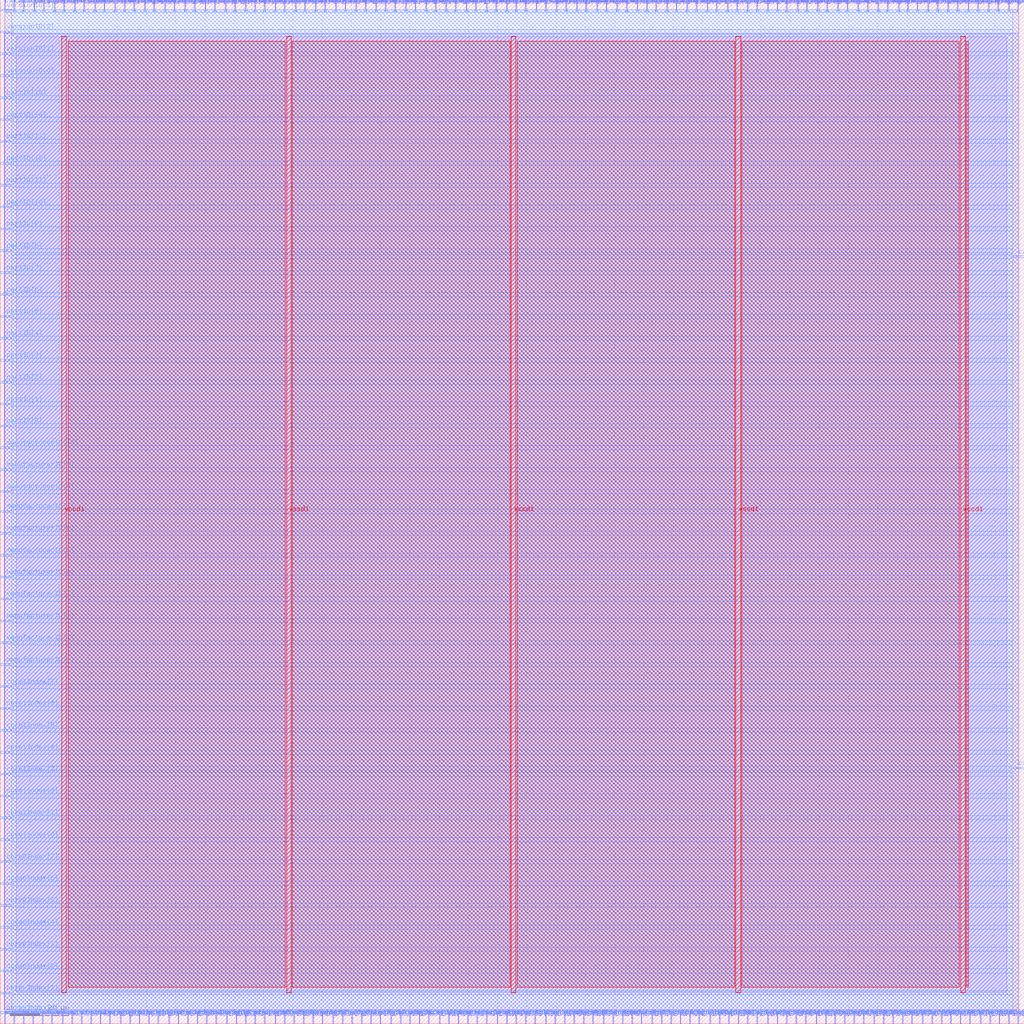
<source format=lef>
VERSION 5.7 ;
  NOWIREEXTENSIONATPIN ON ;
  DIVIDERCHAR "/" ;
  BUSBITCHARS "[]" ;
MACRO CaravelHost
  CLASS BLOCK ;
  FOREIGN CaravelHost ;
  ORIGIN 0.000 0.000 ;
  SIZE 350.000 BY 350.000 ;
  PIN caravel_uart_rx
    DIRECTION INPUT ;
    USE SIGNAL ;
    PORT
      LAYER met3 ;
        RECT 346.000 87.080 350.000 87.680 ;
    END
  END caravel_uart_rx
  PIN caravel_uart_tx
    DIRECTION OUTPUT TRISTATE ;
    USE SIGNAL ;
    PORT
      LAYER met3 ;
        RECT 346.000 261.840 350.000 262.440 ;
    END
  END caravel_uart_tx
  PIN caravel_wb_ack_i
    DIRECTION INPUT ;
    USE SIGNAL ;
    PORT
      LAYER met2 ;
        RECT 1.470 346.000 1.750 350.000 ;
    END
  END caravel_wb_ack_i
  PIN caravel_wb_adr_o[0]
    DIRECTION OUTPUT TRISTATE ;
    USE SIGNAL ;
    PORT
      LAYER met2 ;
        RECT 21.710 346.000 21.990 350.000 ;
    END
  END caravel_wb_adr_o[0]
  PIN caravel_wb_adr_o[10]
    DIRECTION OUTPUT TRISTATE ;
    USE SIGNAL ;
    PORT
      LAYER met2 ;
        RECT 138.550 346.000 138.830 350.000 ;
    END
  END caravel_wb_adr_o[10]
  PIN caravel_wb_adr_o[11]
    DIRECTION OUTPUT TRISTATE ;
    USE SIGNAL ;
    PORT
      LAYER met2 ;
        RECT 148.670 346.000 148.950 350.000 ;
    END
  END caravel_wb_adr_o[11]
  PIN caravel_wb_adr_o[12]
    DIRECTION OUTPUT TRISTATE ;
    USE SIGNAL ;
    PORT
      LAYER met2 ;
        RECT 159.250 346.000 159.530 350.000 ;
    END
  END caravel_wb_adr_o[12]
  PIN caravel_wb_adr_o[13]
    DIRECTION OUTPUT TRISTATE ;
    USE SIGNAL ;
    PORT
      LAYER met2 ;
        RECT 169.370 346.000 169.650 350.000 ;
    END
  END caravel_wb_adr_o[13]
  PIN caravel_wb_adr_o[14]
    DIRECTION OUTPUT TRISTATE ;
    USE SIGNAL ;
    PORT
      LAYER met2 ;
        RECT 179.490 346.000 179.770 350.000 ;
    END
  END caravel_wb_adr_o[14]
  PIN caravel_wb_adr_o[15]
    DIRECTION OUTPUT TRISTATE ;
    USE SIGNAL ;
    PORT
      LAYER met2 ;
        RECT 190.070 346.000 190.350 350.000 ;
    END
  END caravel_wb_adr_o[15]
  PIN caravel_wb_adr_o[16]
    DIRECTION OUTPUT TRISTATE ;
    USE SIGNAL ;
    PORT
      LAYER met2 ;
        RECT 200.190 346.000 200.470 350.000 ;
    END
  END caravel_wb_adr_o[16]
  PIN caravel_wb_adr_o[17]
    DIRECTION OUTPUT TRISTATE ;
    USE SIGNAL ;
    PORT
      LAYER met2 ;
        RECT 210.770 346.000 211.050 350.000 ;
    END
  END caravel_wb_adr_o[17]
  PIN caravel_wb_adr_o[18]
    DIRECTION OUTPUT TRISTATE ;
    USE SIGNAL ;
    PORT
      LAYER met2 ;
        RECT 220.890 346.000 221.170 350.000 ;
    END
  END caravel_wb_adr_o[18]
  PIN caravel_wb_adr_o[19]
    DIRECTION OUTPUT TRISTATE ;
    USE SIGNAL ;
    PORT
      LAYER met2 ;
        RECT 231.010 346.000 231.290 350.000 ;
    END
  END caravel_wb_adr_o[19]
  PIN caravel_wb_adr_o[1]
    DIRECTION OUTPUT TRISTATE ;
    USE SIGNAL ;
    PORT
      LAYER met2 ;
        RECT 35.510 346.000 35.790 350.000 ;
    END
  END caravel_wb_adr_o[1]
  PIN caravel_wb_adr_o[20]
    DIRECTION OUTPUT TRISTATE ;
    USE SIGNAL ;
    PORT
      LAYER met2 ;
        RECT 241.590 346.000 241.870 350.000 ;
    END
  END caravel_wb_adr_o[20]
  PIN caravel_wb_adr_o[21]
    DIRECTION OUTPUT TRISTATE ;
    USE SIGNAL ;
    PORT
      LAYER met2 ;
        RECT 251.710 346.000 251.990 350.000 ;
    END
  END caravel_wb_adr_o[21]
  PIN caravel_wb_adr_o[22]
    DIRECTION OUTPUT TRISTATE ;
    USE SIGNAL ;
    PORT
      LAYER met2 ;
        RECT 262.290 346.000 262.570 350.000 ;
    END
  END caravel_wb_adr_o[22]
  PIN caravel_wb_adr_o[23]
    DIRECTION OUTPUT TRISTATE ;
    USE SIGNAL ;
    PORT
      LAYER met2 ;
        RECT 272.410 346.000 272.690 350.000 ;
    END
  END caravel_wb_adr_o[23]
  PIN caravel_wb_adr_o[24]
    DIRECTION OUTPUT TRISTATE ;
    USE SIGNAL ;
    PORT
      LAYER met2 ;
        RECT 282.530 346.000 282.810 350.000 ;
    END
  END caravel_wb_adr_o[24]
  PIN caravel_wb_adr_o[25]
    DIRECTION OUTPUT TRISTATE ;
    USE SIGNAL ;
    PORT
      LAYER met2 ;
        RECT 293.110 346.000 293.390 350.000 ;
    END
  END caravel_wb_adr_o[25]
  PIN caravel_wb_adr_o[26]
    DIRECTION OUTPUT TRISTATE ;
    USE SIGNAL ;
    PORT
      LAYER met2 ;
        RECT 303.230 346.000 303.510 350.000 ;
    END
  END caravel_wb_adr_o[26]
  PIN caravel_wb_adr_o[27]
    DIRECTION OUTPUT TRISTATE ;
    USE SIGNAL ;
    PORT
      LAYER met2 ;
        RECT 313.350 346.000 313.630 350.000 ;
    END
  END caravel_wb_adr_o[27]
  PIN caravel_wb_adr_o[2]
    DIRECTION OUTPUT TRISTATE ;
    USE SIGNAL ;
    PORT
      LAYER met2 ;
        RECT 49.310 346.000 49.590 350.000 ;
    END
  END caravel_wb_adr_o[2]
  PIN caravel_wb_adr_o[3]
    DIRECTION OUTPUT TRISTATE ;
    USE SIGNAL ;
    PORT
      LAYER met2 ;
        RECT 63.110 346.000 63.390 350.000 ;
    END
  END caravel_wb_adr_o[3]
  PIN caravel_wb_adr_o[4]
    DIRECTION OUTPUT TRISTATE ;
    USE SIGNAL ;
    PORT
      LAYER met2 ;
        RECT 76.910 346.000 77.190 350.000 ;
    END
  END caravel_wb_adr_o[4]
  PIN caravel_wb_adr_o[5]
    DIRECTION OUTPUT TRISTATE ;
    USE SIGNAL ;
    PORT
      LAYER met2 ;
        RECT 87.030 346.000 87.310 350.000 ;
    END
  END caravel_wb_adr_o[5]
  PIN caravel_wb_adr_o[6]
    DIRECTION OUTPUT TRISTATE ;
    USE SIGNAL ;
    PORT
      LAYER met2 ;
        RECT 97.150 346.000 97.430 350.000 ;
    END
  END caravel_wb_adr_o[6]
  PIN caravel_wb_adr_o[7]
    DIRECTION OUTPUT TRISTATE ;
    USE SIGNAL ;
    PORT
      LAYER met2 ;
        RECT 107.730 346.000 108.010 350.000 ;
    END
  END caravel_wb_adr_o[7]
  PIN caravel_wb_adr_o[8]
    DIRECTION OUTPUT TRISTATE ;
    USE SIGNAL ;
    PORT
      LAYER met2 ;
        RECT 117.850 346.000 118.130 350.000 ;
    END
  END caravel_wb_adr_o[8]
  PIN caravel_wb_adr_o[9]
    DIRECTION OUTPUT TRISTATE ;
    USE SIGNAL ;
    PORT
      LAYER met2 ;
        RECT 128.430 346.000 128.710 350.000 ;
    END
  END caravel_wb_adr_o[9]
  PIN caravel_wb_cyc_o
    DIRECTION OUTPUT TRISTATE ;
    USE SIGNAL ;
    PORT
      LAYER met2 ;
        RECT 4.690 346.000 4.970 350.000 ;
    END
  END caravel_wb_cyc_o
  PIN caravel_wb_data_i[0]
    DIRECTION INPUT ;
    USE SIGNAL ;
    PORT
      LAYER met2 ;
        RECT 25.390 346.000 25.670 350.000 ;
    END
  END caravel_wb_data_i[0]
  PIN caravel_wb_data_i[10]
    DIRECTION INPUT ;
    USE SIGNAL ;
    PORT
      LAYER met2 ;
        RECT 141.770 346.000 142.050 350.000 ;
    END
  END caravel_wb_data_i[10]
  PIN caravel_wb_data_i[11]
    DIRECTION INPUT ;
    USE SIGNAL ;
    PORT
      LAYER met2 ;
        RECT 152.350 346.000 152.630 350.000 ;
    END
  END caravel_wb_data_i[11]
  PIN caravel_wb_data_i[12]
    DIRECTION INPUT ;
    USE SIGNAL ;
    PORT
      LAYER met2 ;
        RECT 162.470 346.000 162.750 350.000 ;
    END
  END caravel_wb_data_i[12]
  PIN caravel_wb_data_i[13]
    DIRECTION INPUT ;
    USE SIGNAL ;
    PORT
      LAYER met2 ;
        RECT 173.050 346.000 173.330 350.000 ;
    END
  END caravel_wb_data_i[13]
  PIN caravel_wb_data_i[14]
    DIRECTION INPUT ;
    USE SIGNAL ;
    PORT
      LAYER met2 ;
        RECT 183.170 346.000 183.450 350.000 ;
    END
  END caravel_wb_data_i[14]
  PIN caravel_wb_data_i[15]
    DIRECTION INPUT ;
    USE SIGNAL ;
    PORT
      LAYER met2 ;
        RECT 193.290 346.000 193.570 350.000 ;
    END
  END caravel_wb_data_i[15]
  PIN caravel_wb_data_i[16]
    DIRECTION INPUT ;
    USE SIGNAL ;
    PORT
      LAYER met2 ;
        RECT 203.870 346.000 204.150 350.000 ;
    END
  END caravel_wb_data_i[16]
  PIN caravel_wb_data_i[17]
    DIRECTION INPUT ;
    USE SIGNAL ;
    PORT
      LAYER met2 ;
        RECT 213.990 346.000 214.270 350.000 ;
    END
  END caravel_wb_data_i[17]
  PIN caravel_wb_data_i[18]
    DIRECTION INPUT ;
    USE SIGNAL ;
    PORT
      LAYER met2 ;
        RECT 224.110 346.000 224.390 350.000 ;
    END
  END caravel_wb_data_i[18]
  PIN caravel_wb_data_i[19]
    DIRECTION INPUT ;
    USE SIGNAL ;
    PORT
      LAYER met2 ;
        RECT 234.690 346.000 234.970 350.000 ;
    END
  END caravel_wb_data_i[19]
  PIN caravel_wb_data_i[1]
    DIRECTION INPUT ;
    USE SIGNAL ;
    PORT
      LAYER met2 ;
        RECT 39.190 346.000 39.470 350.000 ;
    END
  END caravel_wb_data_i[1]
  PIN caravel_wb_data_i[20]
    DIRECTION INPUT ;
    USE SIGNAL ;
    PORT
      LAYER met2 ;
        RECT 244.810 346.000 245.090 350.000 ;
    END
  END caravel_wb_data_i[20]
  PIN caravel_wb_data_i[21]
    DIRECTION INPUT ;
    USE SIGNAL ;
    PORT
      LAYER met2 ;
        RECT 255.390 346.000 255.670 350.000 ;
    END
  END caravel_wb_data_i[21]
  PIN caravel_wb_data_i[22]
    DIRECTION INPUT ;
    USE SIGNAL ;
    PORT
      LAYER met2 ;
        RECT 265.510 346.000 265.790 350.000 ;
    END
  END caravel_wb_data_i[22]
  PIN caravel_wb_data_i[23]
    DIRECTION INPUT ;
    USE SIGNAL ;
    PORT
      LAYER met2 ;
        RECT 275.630 346.000 275.910 350.000 ;
    END
  END caravel_wb_data_i[23]
  PIN caravel_wb_data_i[24]
    DIRECTION INPUT ;
    USE SIGNAL ;
    PORT
      LAYER met2 ;
        RECT 286.210 346.000 286.490 350.000 ;
    END
  END caravel_wb_data_i[24]
  PIN caravel_wb_data_i[25]
    DIRECTION INPUT ;
    USE SIGNAL ;
    PORT
      LAYER met2 ;
        RECT 296.330 346.000 296.610 350.000 ;
    END
  END caravel_wb_data_i[25]
  PIN caravel_wb_data_i[26]
    DIRECTION INPUT ;
    USE SIGNAL ;
    PORT
      LAYER met2 ;
        RECT 306.910 346.000 307.190 350.000 ;
    END
  END caravel_wb_data_i[26]
  PIN caravel_wb_data_i[27]
    DIRECTION INPUT ;
    USE SIGNAL ;
    PORT
      LAYER met2 ;
        RECT 317.030 346.000 317.310 350.000 ;
    END
  END caravel_wb_data_i[27]
  PIN caravel_wb_data_i[28]
    DIRECTION INPUT ;
    USE SIGNAL ;
    PORT
      LAYER met2 ;
        RECT 323.930 346.000 324.210 350.000 ;
    END
  END caravel_wb_data_i[28]
  PIN caravel_wb_data_i[29]
    DIRECTION INPUT ;
    USE SIGNAL ;
    PORT
      LAYER met2 ;
        RECT 330.830 346.000 331.110 350.000 ;
    END
  END caravel_wb_data_i[29]
  PIN caravel_wb_data_i[2]
    DIRECTION INPUT ;
    USE SIGNAL ;
    PORT
      LAYER met2 ;
        RECT 52.530 346.000 52.810 350.000 ;
    END
  END caravel_wb_data_i[2]
  PIN caravel_wb_data_i[30]
    DIRECTION INPUT ;
    USE SIGNAL ;
    PORT
      LAYER met2 ;
        RECT 337.730 346.000 338.010 350.000 ;
    END
  END caravel_wb_data_i[30]
  PIN caravel_wb_data_i[31]
    DIRECTION INPUT ;
    USE SIGNAL ;
    PORT
      LAYER met2 ;
        RECT 344.630 346.000 344.910 350.000 ;
    END
  END caravel_wb_data_i[31]
  PIN caravel_wb_data_i[3]
    DIRECTION INPUT ;
    USE SIGNAL ;
    PORT
      LAYER met2 ;
        RECT 66.330 346.000 66.610 350.000 ;
    END
  END caravel_wb_data_i[3]
  PIN caravel_wb_data_i[4]
    DIRECTION INPUT ;
    USE SIGNAL ;
    PORT
      LAYER met2 ;
        RECT 80.130 346.000 80.410 350.000 ;
    END
  END caravel_wb_data_i[4]
  PIN caravel_wb_data_i[5]
    DIRECTION INPUT ;
    USE SIGNAL ;
    PORT
      LAYER met2 ;
        RECT 90.250 346.000 90.530 350.000 ;
    END
  END caravel_wb_data_i[5]
  PIN caravel_wb_data_i[6]
    DIRECTION INPUT ;
    USE SIGNAL ;
    PORT
      LAYER met2 ;
        RECT 100.830 346.000 101.110 350.000 ;
    END
  END caravel_wb_data_i[6]
  PIN caravel_wb_data_i[7]
    DIRECTION INPUT ;
    USE SIGNAL ;
    PORT
      LAYER met2 ;
        RECT 110.950 346.000 111.230 350.000 ;
    END
  END caravel_wb_data_i[7]
  PIN caravel_wb_data_i[8]
    DIRECTION INPUT ;
    USE SIGNAL ;
    PORT
      LAYER met2 ;
        RECT 121.530 346.000 121.810 350.000 ;
    END
  END caravel_wb_data_i[8]
  PIN caravel_wb_data_i[9]
    DIRECTION INPUT ;
    USE SIGNAL ;
    PORT
      LAYER met2 ;
        RECT 131.650 346.000 131.930 350.000 ;
    END
  END caravel_wb_data_i[9]
  PIN caravel_wb_data_o[0]
    DIRECTION OUTPUT TRISTATE ;
    USE SIGNAL ;
    PORT
      LAYER met2 ;
        RECT 28.610 346.000 28.890 350.000 ;
    END
  END caravel_wb_data_o[0]
  PIN caravel_wb_data_o[10]
    DIRECTION OUTPUT TRISTATE ;
    USE SIGNAL ;
    PORT
      LAYER met2 ;
        RECT 145.450 346.000 145.730 350.000 ;
    END
  END caravel_wb_data_o[10]
  PIN caravel_wb_data_o[11]
    DIRECTION OUTPUT TRISTATE ;
    USE SIGNAL ;
    PORT
      LAYER met2 ;
        RECT 155.570 346.000 155.850 350.000 ;
    END
  END caravel_wb_data_o[11]
  PIN caravel_wb_data_o[12]
    DIRECTION OUTPUT TRISTATE ;
    USE SIGNAL ;
    PORT
      LAYER met2 ;
        RECT 166.150 346.000 166.430 350.000 ;
    END
  END caravel_wb_data_o[12]
  PIN caravel_wb_data_o[13]
    DIRECTION OUTPUT TRISTATE ;
    USE SIGNAL ;
    PORT
      LAYER met2 ;
        RECT 176.270 346.000 176.550 350.000 ;
    END
  END caravel_wb_data_o[13]
  PIN caravel_wb_data_o[14]
    DIRECTION OUTPUT TRISTATE ;
    USE SIGNAL ;
    PORT
      LAYER met2 ;
        RECT 186.390 346.000 186.670 350.000 ;
    END
  END caravel_wb_data_o[14]
  PIN caravel_wb_data_o[15]
    DIRECTION OUTPUT TRISTATE ;
    USE SIGNAL ;
    PORT
      LAYER met2 ;
        RECT 196.970 346.000 197.250 350.000 ;
    END
  END caravel_wb_data_o[15]
  PIN caravel_wb_data_o[16]
    DIRECTION OUTPUT TRISTATE ;
    USE SIGNAL ;
    PORT
      LAYER met2 ;
        RECT 207.090 346.000 207.370 350.000 ;
    END
  END caravel_wb_data_o[16]
  PIN caravel_wb_data_o[17]
    DIRECTION OUTPUT TRISTATE ;
    USE SIGNAL ;
    PORT
      LAYER met2 ;
        RECT 217.670 346.000 217.950 350.000 ;
    END
  END caravel_wb_data_o[17]
  PIN caravel_wb_data_o[18]
    DIRECTION OUTPUT TRISTATE ;
    USE SIGNAL ;
    PORT
      LAYER met2 ;
        RECT 227.790 346.000 228.070 350.000 ;
    END
  END caravel_wb_data_o[18]
  PIN caravel_wb_data_o[19]
    DIRECTION OUTPUT TRISTATE ;
    USE SIGNAL ;
    PORT
      LAYER met2 ;
        RECT 237.910 346.000 238.190 350.000 ;
    END
  END caravel_wb_data_o[19]
  PIN caravel_wb_data_o[1]
    DIRECTION OUTPUT TRISTATE ;
    USE SIGNAL ;
    PORT
      LAYER met2 ;
        RECT 42.410 346.000 42.690 350.000 ;
    END
  END caravel_wb_data_o[1]
  PIN caravel_wb_data_o[20]
    DIRECTION OUTPUT TRISTATE ;
    USE SIGNAL ;
    PORT
      LAYER met2 ;
        RECT 248.490 346.000 248.770 350.000 ;
    END
  END caravel_wb_data_o[20]
  PIN caravel_wb_data_o[21]
    DIRECTION OUTPUT TRISTATE ;
    USE SIGNAL ;
    PORT
      LAYER met2 ;
        RECT 258.610 346.000 258.890 350.000 ;
    END
  END caravel_wb_data_o[21]
  PIN caravel_wb_data_o[22]
    DIRECTION OUTPUT TRISTATE ;
    USE SIGNAL ;
    PORT
      LAYER met2 ;
        RECT 268.730 346.000 269.010 350.000 ;
    END
  END caravel_wb_data_o[22]
  PIN caravel_wb_data_o[23]
    DIRECTION OUTPUT TRISTATE ;
    USE SIGNAL ;
    PORT
      LAYER met2 ;
        RECT 279.310 346.000 279.590 350.000 ;
    END
  END caravel_wb_data_o[23]
  PIN caravel_wb_data_o[24]
    DIRECTION OUTPUT TRISTATE ;
    USE SIGNAL ;
    PORT
      LAYER met2 ;
        RECT 289.430 346.000 289.710 350.000 ;
    END
  END caravel_wb_data_o[24]
  PIN caravel_wb_data_o[25]
    DIRECTION OUTPUT TRISTATE ;
    USE SIGNAL ;
    PORT
      LAYER met2 ;
        RECT 300.010 346.000 300.290 350.000 ;
    END
  END caravel_wb_data_o[25]
  PIN caravel_wb_data_o[26]
    DIRECTION OUTPUT TRISTATE ;
    USE SIGNAL ;
    PORT
      LAYER met2 ;
        RECT 310.130 346.000 310.410 350.000 ;
    END
  END caravel_wb_data_o[26]
  PIN caravel_wb_data_o[27]
    DIRECTION OUTPUT TRISTATE ;
    USE SIGNAL ;
    PORT
      LAYER met2 ;
        RECT 320.250 346.000 320.530 350.000 ;
    END
  END caravel_wb_data_o[27]
  PIN caravel_wb_data_o[28]
    DIRECTION OUTPUT TRISTATE ;
    USE SIGNAL ;
    PORT
      LAYER met2 ;
        RECT 327.150 346.000 327.430 350.000 ;
    END
  END caravel_wb_data_o[28]
  PIN caravel_wb_data_o[29]
    DIRECTION OUTPUT TRISTATE ;
    USE SIGNAL ;
    PORT
      LAYER met2 ;
        RECT 334.050 346.000 334.330 350.000 ;
    END
  END caravel_wb_data_o[29]
  PIN caravel_wb_data_o[2]
    DIRECTION OUTPUT TRISTATE ;
    USE SIGNAL ;
    PORT
      LAYER met2 ;
        RECT 56.210 346.000 56.490 350.000 ;
    END
  END caravel_wb_data_o[2]
  PIN caravel_wb_data_o[30]
    DIRECTION OUTPUT TRISTATE ;
    USE SIGNAL ;
    PORT
      LAYER met2 ;
        RECT 340.950 346.000 341.230 350.000 ;
    END
  END caravel_wb_data_o[30]
  PIN caravel_wb_data_o[31]
    DIRECTION OUTPUT TRISTATE ;
    USE SIGNAL ;
    PORT
      LAYER met2 ;
        RECT 347.850 346.000 348.130 350.000 ;
    END
  END caravel_wb_data_o[31]
  PIN caravel_wb_data_o[3]
    DIRECTION OUTPUT TRISTATE ;
    USE SIGNAL ;
    PORT
      LAYER met2 ;
        RECT 70.010 346.000 70.290 350.000 ;
    END
  END caravel_wb_data_o[3]
  PIN caravel_wb_data_o[4]
    DIRECTION OUTPUT TRISTATE ;
    USE SIGNAL ;
    PORT
      LAYER met2 ;
        RECT 83.810 346.000 84.090 350.000 ;
    END
  END caravel_wb_data_o[4]
  PIN caravel_wb_data_o[5]
    DIRECTION OUTPUT TRISTATE ;
    USE SIGNAL ;
    PORT
      LAYER met2 ;
        RECT 93.930 346.000 94.210 350.000 ;
    END
  END caravel_wb_data_o[5]
  PIN caravel_wb_data_o[6]
    DIRECTION OUTPUT TRISTATE ;
    USE SIGNAL ;
    PORT
      LAYER met2 ;
        RECT 104.050 346.000 104.330 350.000 ;
    END
  END caravel_wb_data_o[6]
  PIN caravel_wb_data_o[7]
    DIRECTION OUTPUT TRISTATE ;
    USE SIGNAL ;
    PORT
      LAYER met2 ;
        RECT 114.630 346.000 114.910 350.000 ;
    END
  END caravel_wb_data_o[7]
  PIN caravel_wb_data_o[8]
    DIRECTION OUTPUT TRISTATE ;
    USE SIGNAL ;
    PORT
      LAYER met2 ;
        RECT 124.750 346.000 125.030 350.000 ;
    END
  END caravel_wb_data_o[8]
  PIN caravel_wb_data_o[9]
    DIRECTION OUTPUT TRISTATE ;
    USE SIGNAL ;
    PORT
      LAYER met2 ;
        RECT 134.870 346.000 135.150 350.000 ;
    END
  END caravel_wb_data_o[9]
  PIN caravel_wb_error_i
    DIRECTION INPUT ;
    USE SIGNAL ;
    PORT
      LAYER met2 ;
        RECT 7.910 346.000 8.190 350.000 ;
    END
  END caravel_wb_error_i
  PIN caravel_wb_sel_o[0]
    DIRECTION OUTPUT TRISTATE ;
    USE SIGNAL ;
    PORT
      LAYER met2 ;
        RECT 32.290 346.000 32.570 350.000 ;
    END
  END caravel_wb_sel_o[0]
  PIN caravel_wb_sel_o[1]
    DIRECTION OUTPUT TRISTATE ;
    USE SIGNAL ;
    PORT
      LAYER met2 ;
        RECT 45.630 346.000 45.910 350.000 ;
    END
  END caravel_wb_sel_o[1]
  PIN caravel_wb_sel_o[2]
    DIRECTION OUTPUT TRISTATE ;
    USE SIGNAL ;
    PORT
      LAYER met2 ;
        RECT 59.430 346.000 59.710 350.000 ;
    END
  END caravel_wb_sel_o[2]
  PIN caravel_wb_sel_o[3]
    DIRECTION OUTPUT TRISTATE ;
    USE SIGNAL ;
    PORT
      LAYER met2 ;
        RECT 73.230 346.000 73.510 350.000 ;
    END
  END caravel_wb_sel_o[3]
  PIN caravel_wb_stall_i
    DIRECTION INPUT ;
    USE SIGNAL ;
    PORT
      LAYER met2 ;
        RECT 11.590 346.000 11.870 350.000 ;
    END
  END caravel_wb_stall_i
  PIN caravel_wb_stb_o
    DIRECTION OUTPUT TRISTATE ;
    USE SIGNAL ;
    PORT
      LAYER met2 ;
        RECT 14.810 346.000 15.090 350.000 ;
    END
  END caravel_wb_stb_o
  PIN caravel_wb_we_o
    DIRECTION OUTPUT TRISTATE ;
    USE SIGNAL ;
    PORT
      LAYER met2 ;
        RECT 18.490 346.000 18.770 350.000 ;
    END
  END caravel_wb_we_o
  PIN core0Index[0]
    DIRECTION OUTPUT TRISTATE ;
    USE SIGNAL ;
    PORT
      LAYER met3 ;
        RECT 0.000 3.440 4.000 4.040 ;
    END
  END core0Index[0]
  PIN core0Index[1]
    DIRECTION OUTPUT TRISTATE ;
    USE SIGNAL ;
    PORT
      LAYER met3 ;
        RECT 0.000 10.240 4.000 10.840 ;
    END
  END core0Index[1]
  PIN core0Index[2]
    DIRECTION OUTPUT TRISTATE ;
    USE SIGNAL ;
    PORT
      LAYER met3 ;
        RECT 0.000 17.720 4.000 18.320 ;
    END
  END core0Index[2]
  PIN core0Index[3]
    DIRECTION OUTPUT TRISTATE ;
    USE SIGNAL ;
    PORT
      LAYER met3 ;
        RECT 0.000 25.200 4.000 25.800 ;
    END
  END core0Index[3]
  PIN core0Index[4]
    DIRECTION OUTPUT TRISTATE ;
    USE SIGNAL ;
    PORT
      LAYER met3 ;
        RECT 0.000 32.680 4.000 33.280 ;
    END
  END core0Index[4]
  PIN core0Index[5]
    DIRECTION OUTPUT TRISTATE ;
    USE SIGNAL ;
    PORT
      LAYER met3 ;
        RECT 0.000 40.160 4.000 40.760 ;
    END
  END core0Index[5]
  PIN core0Index[6]
    DIRECTION OUTPUT TRISTATE ;
    USE SIGNAL ;
    PORT
      LAYER met3 ;
        RECT 0.000 47.640 4.000 48.240 ;
    END
  END core0Index[6]
  PIN core0Index[7]
    DIRECTION OUTPUT TRISTATE ;
    USE SIGNAL ;
    PORT
      LAYER met3 ;
        RECT 0.000 55.120 4.000 55.720 ;
    END
  END core0Index[7]
  PIN core1Index[0]
    DIRECTION OUTPUT TRISTATE ;
    USE SIGNAL ;
    PORT
      LAYER met3 ;
        RECT 0.000 62.600 4.000 63.200 ;
    END
  END core1Index[0]
  PIN core1Index[1]
    DIRECTION OUTPUT TRISTATE ;
    USE SIGNAL ;
    PORT
      LAYER met3 ;
        RECT 0.000 70.080 4.000 70.680 ;
    END
  END core1Index[1]
  PIN core1Index[2]
    DIRECTION OUTPUT TRISTATE ;
    USE SIGNAL ;
    PORT
      LAYER met3 ;
        RECT 0.000 77.560 4.000 78.160 ;
    END
  END core1Index[2]
  PIN core1Index[3]
    DIRECTION OUTPUT TRISTATE ;
    USE SIGNAL ;
    PORT
      LAYER met3 ;
        RECT 0.000 85.040 4.000 85.640 ;
    END
  END core1Index[3]
  PIN core1Index[4]
    DIRECTION OUTPUT TRISTATE ;
    USE SIGNAL ;
    PORT
      LAYER met3 ;
        RECT 0.000 92.520 4.000 93.120 ;
    END
  END core1Index[4]
  PIN core1Index[5]
    DIRECTION OUTPUT TRISTATE ;
    USE SIGNAL ;
    PORT
      LAYER met3 ;
        RECT 0.000 100.000 4.000 100.600 ;
    END
  END core1Index[5]
  PIN core1Index[6]
    DIRECTION OUTPUT TRISTATE ;
    USE SIGNAL ;
    PORT
      LAYER met3 ;
        RECT 0.000 107.480 4.000 108.080 ;
    END
  END core1Index[6]
  PIN core1Index[7]
    DIRECTION OUTPUT TRISTATE ;
    USE SIGNAL ;
    PORT
      LAYER met3 ;
        RECT 0.000 114.960 4.000 115.560 ;
    END
  END core1Index[7]
  PIN manufacturerID[0]
    DIRECTION OUTPUT TRISTATE ;
    USE SIGNAL ;
    PORT
      LAYER met3 ;
        RECT 0.000 122.440 4.000 123.040 ;
    END
  END manufacturerID[0]
  PIN manufacturerID[10]
    DIRECTION OUTPUT TRISTATE ;
    USE SIGNAL ;
    PORT
      LAYER met3 ;
        RECT 0.000 196.560 4.000 197.160 ;
    END
  END manufacturerID[10]
  PIN manufacturerID[1]
    DIRECTION OUTPUT TRISTATE ;
    USE SIGNAL ;
    PORT
      LAYER met3 ;
        RECT 0.000 129.920 4.000 130.520 ;
    END
  END manufacturerID[1]
  PIN manufacturerID[2]
    DIRECTION OUTPUT TRISTATE ;
    USE SIGNAL ;
    PORT
      LAYER met3 ;
        RECT 0.000 137.400 4.000 138.000 ;
    END
  END manufacturerID[2]
  PIN manufacturerID[3]
    DIRECTION OUTPUT TRISTATE ;
    USE SIGNAL ;
    PORT
      LAYER met3 ;
        RECT 0.000 144.880 4.000 145.480 ;
    END
  END manufacturerID[3]
  PIN manufacturerID[4]
    DIRECTION OUTPUT TRISTATE ;
    USE SIGNAL ;
    PORT
      LAYER met3 ;
        RECT 0.000 152.360 4.000 152.960 ;
    END
  END manufacturerID[4]
  PIN manufacturerID[5]
    DIRECTION OUTPUT TRISTATE ;
    USE SIGNAL ;
    PORT
      LAYER met3 ;
        RECT 0.000 159.840 4.000 160.440 ;
    END
  END manufacturerID[5]
  PIN manufacturerID[6]
    DIRECTION OUTPUT TRISTATE ;
    USE SIGNAL ;
    PORT
      LAYER met3 ;
        RECT 0.000 167.320 4.000 167.920 ;
    END
  END manufacturerID[6]
  PIN manufacturerID[7]
    DIRECTION OUTPUT TRISTATE ;
    USE SIGNAL ;
    PORT
      LAYER met3 ;
        RECT 0.000 174.800 4.000 175.400 ;
    END
  END manufacturerID[7]
  PIN manufacturerID[8]
    DIRECTION OUTPUT TRISTATE ;
    USE SIGNAL ;
    PORT
      LAYER met3 ;
        RECT 0.000 181.600 4.000 182.200 ;
    END
  END manufacturerID[8]
  PIN manufacturerID[9]
    DIRECTION OUTPUT TRISTATE ;
    USE SIGNAL ;
    PORT
      LAYER met3 ;
        RECT 0.000 189.080 4.000 189.680 ;
    END
  END manufacturerID[9]
  PIN partID[0]
    DIRECTION OUTPUT TRISTATE ;
    USE SIGNAL ;
    PORT
      LAYER met3 ;
        RECT 0.000 204.040 4.000 204.640 ;
    END
  END partID[0]
  PIN partID[10]
    DIRECTION OUTPUT TRISTATE ;
    USE SIGNAL ;
    PORT
      LAYER met3 ;
        RECT 0.000 278.840 4.000 279.440 ;
    END
  END partID[10]
  PIN partID[11]
    DIRECTION OUTPUT TRISTATE ;
    USE SIGNAL ;
    PORT
      LAYER met3 ;
        RECT 0.000 286.320 4.000 286.920 ;
    END
  END partID[11]
  PIN partID[12]
    DIRECTION OUTPUT TRISTATE ;
    USE SIGNAL ;
    PORT
      LAYER met3 ;
        RECT 0.000 293.800 4.000 294.400 ;
    END
  END partID[12]
  PIN partID[13]
    DIRECTION OUTPUT TRISTATE ;
    USE SIGNAL ;
    PORT
      LAYER met3 ;
        RECT 0.000 301.280 4.000 301.880 ;
    END
  END partID[13]
  PIN partID[14]
    DIRECTION OUTPUT TRISTATE ;
    USE SIGNAL ;
    PORT
      LAYER met3 ;
        RECT 0.000 308.760 4.000 309.360 ;
    END
  END partID[14]
  PIN partID[15]
    DIRECTION OUTPUT TRISTATE ;
    USE SIGNAL ;
    PORT
      LAYER met3 ;
        RECT 0.000 316.240 4.000 316.840 ;
    END
  END partID[15]
  PIN partID[1]
    DIRECTION OUTPUT TRISTATE ;
    USE SIGNAL ;
    PORT
      LAYER met3 ;
        RECT 0.000 211.520 4.000 212.120 ;
    END
  END partID[1]
  PIN partID[2]
    DIRECTION OUTPUT TRISTATE ;
    USE SIGNAL ;
    PORT
      LAYER met3 ;
        RECT 0.000 219.000 4.000 219.600 ;
    END
  END partID[2]
  PIN partID[3]
    DIRECTION OUTPUT TRISTATE ;
    USE SIGNAL ;
    PORT
      LAYER met3 ;
        RECT 0.000 226.480 4.000 227.080 ;
    END
  END partID[3]
  PIN partID[4]
    DIRECTION OUTPUT TRISTATE ;
    USE SIGNAL ;
    PORT
      LAYER met3 ;
        RECT 0.000 233.960 4.000 234.560 ;
    END
  END partID[4]
  PIN partID[5]
    DIRECTION OUTPUT TRISTATE ;
    USE SIGNAL ;
    PORT
      LAYER met3 ;
        RECT 0.000 241.440 4.000 242.040 ;
    END
  END partID[5]
  PIN partID[6]
    DIRECTION OUTPUT TRISTATE ;
    USE SIGNAL ;
    PORT
      LAYER met3 ;
        RECT 0.000 248.920 4.000 249.520 ;
    END
  END partID[6]
  PIN partID[7]
    DIRECTION OUTPUT TRISTATE ;
    USE SIGNAL ;
    PORT
      LAYER met3 ;
        RECT 0.000 256.400 4.000 257.000 ;
    END
  END partID[7]
  PIN partID[8]
    DIRECTION OUTPUT TRISTATE ;
    USE SIGNAL ;
    PORT
      LAYER met3 ;
        RECT 0.000 263.880 4.000 264.480 ;
    END
  END partID[8]
  PIN partID[9]
    DIRECTION OUTPUT TRISTATE ;
    USE SIGNAL ;
    PORT
      LAYER met3 ;
        RECT 0.000 271.360 4.000 271.960 ;
    END
  END partID[9]
  PIN vccd1
    DIRECTION INOUT ;
    USE POWER ;
    PORT
      LAYER met4 ;
        RECT 21.040 10.640 22.640 337.520 ;
    END
    PORT
      LAYER met4 ;
        RECT 174.640 10.640 176.240 337.520 ;
    END
    PORT
      LAYER met4 ;
        RECT 328.240 10.640 329.840 337.520 ;
    END
  END vccd1
  PIN versionID[0]
    DIRECTION OUTPUT TRISTATE ;
    USE SIGNAL ;
    PORT
      LAYER met3 ;
        RECT 0.000 323.720 4.000 324.320 ;
    END
  END versionID[0]
  PIN versionID[1]
    DIRECTION OUTPUT TRISTATE ;
    USE SIGNAL ;
    PORT
      LAYER met3 ;
        RECT 0.000 331.200 4.000 331.800 ;
    END
  END versionID[1]
  PIN versionID[2]
    DIRECTION OUTPUT TRISTATE ;
    USE SIGNAL ;
    PORT
      LAYER met3 ;
        RECT 0.000 338.680 4.000 339.280 ;
    END
  END versionID[2]
  PIN versionID[3]
    DIRECTION OUTPUT TRISTATE ;
    USE SIGNAL ;
    PORT
      LAYER met3 ;
        RECT 0.000 346.160 4.000 346.760 ;
    END
  END versionID[3]
  PIN vssd1
    DIRECTION INOUT ;
    USE GROUND ;
    PORT
      LAYER met4 ;
        RECT 97.840 10.640 99.440 337.520 ;
    END
    PORT
      LAYER met4 ;
        RECT 251.440 10.640 253.040 337.520 ;
    END
  END vssd1
  PIN wb_clk_i
    DIRECTION INPUT ;
    USE SIGNAL ;
    PORT
      LAYER met2 ;
        RECT 1.470 0.000 1.750 4.000 ;
    END
  END wb_clk_i
  PIN wb_rst_i
    DIRECTION INPUT ;
    USE SIGNAL ;
    PORT
      LAYER met2 ;
        RECT 4.690 0.000 4.970 4.000 ;
    END
  END wb_rst_i
  PIN wbs_ack_o
    DIRECTION OUTPUT TRISTATE ;
    USE SIGNAL ;
    PORT
      LAYER met2 ;
        RECT 7.910 0.000 8.190 4.000 ;
    END
  END wbs_ack_o
  PIN wbs_adr_i[0]
    DIRECTION INPUT ;
    USE SIGNAL ;
    PORT
      LAYER met2 ;
        RECT 21.250 0.000 21.530 4.000 ;
    END
  END wbs_adr_i[0]
  PIN wbs_adr_i[10]
    DIRECTION INPUT ;
    USE SIGNAL ;
    PORT
      LAYER met2 ;
        RECT 133.490 0.000 133.770 4.000 ;
    END
  END wbs_adr_i[10]
  PIN wbs_adr_i[11]
    DIRECTION INPUT ;
    USE SIGNAL ;
    PORT
      LAYER met2 ;
        RECT 143.150 0.000 143.430 4.000 ;
    END
  END wbs_adr_i[11]
  PIN wbs_adr_i[12]
    DIRECTION INPUT ;
    USE SIGNAL ;
    PORT
      LAYER met2 ;
        RECT 153.270 0.000 153.550 4.000 ;
    END
  END wbs_adr_i[12]
  PIN wbs_adr_i[13]
    DIRECTION INPUT ;
    USE SIGNAL ;
    PORT
      LAYER met2 ;
        RECT 162.930 0.000 163.210 4.000 ;
    END
  END wbs_adr_i[13]
  PIN wbs_adr_i[14]
    DIRECTION INPUT ;
    USE SIGNAL ;
    PORT
      LAYER met2 ;
        RECT 173.050 0.000 173.330 4.000 ;
    END
  END wbs_adr_i[14]
  PIN wbs_adr_i[15]
    DIRECTION INPUT ;
    USE SIGNAL ;
    PORT
      LAYER met2 ;
        RECT 182.710 0.000 182.990 4.000 ;
    END
  END wbs_adr_i[15]
  PIN wbs_adr_i[16]
    DIRECTION INPUT ;
    USE SIGNAL ;
    PORT
      LAYER met2 ;
        RECT 192.830 0.000 193.110 4.000 ;
    END
  END wbs_adr_i[16]
  PIN wbs_adr_i[17]
    DIRECTION INPUT ;
    USE SIGNAL ;
    PORT
      LAYER met2 ;
        RECT 202.490 0.000 202.770 4.000 ;
    END
  END wbs_adr_i[17]
  PIN wbs_adr_i[18]
    DIRECTION INPUT ;
    USE SIGNAL ;
    PORT
      LAYER met2 ;
        RECT 212.610 0.000 212.890 4.000 ;
    END
  END wbs_adr_i[18]
  PIN wbs_adr_i[19]
    DIRECTION INPUT ;
    USE SIGNAL ;
    PORT
      LAYER met2 ;
        RECT 222.730 0.000 223.010 4.000 ;
    END
  END wbs_adr_i[19]
  PIN wbs_adr_i[1]
    DIRECTION INPUT ;
    USE SIGNAL ;
    PORT
      LAYER met2 ;
        RECT 34.130 0.000 34.410 4.000 ;
    END
  END wbs_adr_i[1]
  PIN wbs_adr_i[20]
    DIRECTION INPUT ;
    USE SIGNAL ;
    PORT
      LAYER met2 ;
        RECT 232.390 0.000 232.670 4.000 ;
    END
  END wbs_adr_i[20]
  PIN wbs_adr_i[21]
    DIRECTION INPUT ;
    USE SIGNAL ;
    PORT
      LAYER met2 ;
        RECT 242.510 0.000 242.790 4.000 ;
    END
  END wbs_adr_i[21]
  PIN wbs_adr_i[22]
    DIRECTION INPUT ;
    USE SIGNAL ;
    PORT
      LAYER met2 ;
        RECT 252.170 0.000 252.450 4.000 ;
    END
  END wbs_adr_i[22]
  PIN wbs_adr_i[23]
    DIRECTION INPUT ;
    USE SIGNAL ;
    PORT
      LAYER met2 ;
        RECT 262.290 0.000 262.570 4.000 ;
    END
  END wbs_adr_i[23]
  PIN wbs_adr_i[24]
    DIRECTION INPUT ;
    USE SIGNAL ;
    PORT
      LAYER met2 ;
        RECT 271.950 0.000 272.230 4.000 ;
    END
  END wbs_adr_i[24]
  PIN wbs_adr_i[25]
    DIRECTION INPUT ;
    USE SIGNAL ;
    PORT
      LAYER met2 ;
        RECT 282.070 0.000 282.350 4.000 ;
    END
  END wbs_adr_i[25]
  PIN wbs_adr_i[26]
    DIRECTION INPUT ;
    USE SIGNAL ;
    PORT
      LAYER met2 ;
        RECT 291.730 0.000 292.010 4.000 ;
    END
  END wbs_adr_i[26]
  PIN wbs_adr_i[27]
    DIRECTION INPUT ;
    USE SIGNAL ;
    PORT
      LAYER met2 ;
        RECT 301.850 0.000 302.130 4.000 ;
    END
  END wbs_adr_i[27]
  PIN wbs_adr_i[28]
    DIRECTION INPUT ;
    USE SIGNAL ;
    PORT
      LAYER met2 ;
        RECT 311.510 0.000 311.790 4.000 ;
    END
  END wbs_adr_i[28]
  PIN wbs_adr_i[29]
    DIRECTION INPUT ;
    USE SIGNAL ;
    PORT
      LAYER met2 ;
        RECT 321.630 0.000 321.910 4.000 ;
    END
  END wbs_adr_i[29]
  PIN wbs_adr_i[2]
    DIRECTION INPUT ;
    USE SIGNAL ;
    PORT
      LAYER met2 ;
        RECT 47.470 0.000 47.750 4.000 ;
    END
  END wbs_adr_i[2]
  PIN wbs_adr_i[30]
    DIRECTION INPUT ;
    USE SIGNAL ;
    PORT
      LAYER met2 ;
        RECT 331.290 0.000 331.570 4.000 ;
    END
  END wbs_adr_i[30]
  PIN wbs_adr_i[31]
    DIRECTION INPUT ;
    USE SIGNAL ;
    PORT
      LAYER met2 ;
        RECT 341.410 0.000 341.690 4.000 ;
    END
  END wbs_adr_i[31]
  PIN wbs_adr_i[3]
    DIRECTION INPUT ;
    USE SIGNAL ;
    PORT
      LAYER met2 ;
        RECT 60.810 0.000 61.090 4.000 ;
    END
  END wbs_adr_i[3]
  PIN wbs_adr_i[4]
    DIRECTION INPUT ;
    USE SIGNAL ;
    PORT
      LAYER met2 ;
        RECT 73.690 0.000 73.970 4.000 ;
    END
  END wbs_adr_i[4]
  PIN wbs_adr_i[5]
    DIRECTION INPUT ;
    USE SIGNAL ;
    PORT
      LAYER met2 ;
        RECT 83.810 0.000 84.090 4.000 ;
    END
  END wbs_adr_i[5]
  PIN wbs_adr_i[6]
    DIRECTION INPUT ;
    USE SIGNAL ;
    PORT
      LAYER met2 ;
        RECT 93.930 0.000 94.210 4.000 ;
    END
  END wbs_adr_i[6]
  PIN wbs_adr_i[7]
    DIRECTION INPUT ;
    USE SIGNAL ;
    PORT
      LAYER met2 ;
        RECT 103.590 0.000 103.870 4.000 ;
    END
  END wbs_adr_i[7]
  PIN wbs_adr_i[8]
    DIRECTION INPUT ;
    USE SIGNAL ;
    PORT
      LAYER met2 ;
        RECT 113.710 0.000 113.990 4.000 ;
    END
  END wbs_adr_i[8]
  PIN wbs_adr_i[9]
    DIRECTION INPUT ;
    USE SIGNAL ;
    PORT
      LAYER met2 ;
        RECT 123.370 0.000 123.650 4.000 ;
    END
  END wbs_adr_i[9]
  PIN wbs_cyc_i
    DIRECTION INPUT ;
    USE SIGNAL ;
    PORT
      LAYER met2 ;
        RECT 11.130 0.000 11.410 4.000 ;
    END
  END wbs_cyc_i
  PIN wbs_data_i[0]
    DIRECTION INPUT ;
    USE SIGNAL ;
    PORT
      LAYER met2 ;
        RECT 24.470 0.000 24.750 4.000 ;
    END
  END wbs_data_i[0]
  PIN wbs_data_i[10]
    DIRECTION INPUT ;
    USE SIGNAL ;
    PORT
      LAYER met2 ;
        RECT 136.710 0.000 136.990 4.000 ;
    END
  END wbs_data_i[10]
  PIN wbs_data_i[11]
    DIRECTION INPUT ;
    USE SIGNAL ;
    PORT
      LAYER met2 ;
        RECT 146.370 0.000 146.650 4.000 ;
    END
  END wbs_data_i[11]
  PIN wbs_data_i[12]
    DIRECTION INPUT ;
    USE SIGNAL ;
    PORT
      LAYER met2 ;
        RECT 156.490 0.000 156.770 4.000 ;
    END
  END wbs_data_i[12]
  PIN wbs_data_i[13]
    DIRECTION INPUT ;
    USE SIGNAL ;
    PORT
      LAYER met2 ;
        RECT 166.150 0.000 166.430 4.000 ;
    END
  END wbs_data_i[13]
  PIN wbs_data_i[14]
    DIRECTION INPUT ;
    USE SIGNAL ;
    PORT
      LAYER met2 ;
        RECT 176.270 0.000 176.550 4.000 ;
    END
  END wbs_data_i[14]
  PIN wbs_data_i[15]
    DIRECTION INPUT ;
    USE SIGNAL ;
    PORT
      LAYER met2 ;
        RECT 186.390 0.000 186.670 4.000 ;
    END
  END wbs_data_i[15]
  PIN wbs_data_i[16]
    DIRECTION INPUT ;
    USE SIGNAL ;
    PORT
      LAYER met2 ;
        RECT 196.050 0.000 196.330 4.000 ;
    END
  END wbs_data_i[16]
  PIN wbs_data_i[17]
    DIRECTION INPUT ;
    USE SIGNAL ;
    PORT
      LAYER met2 ;
        RECT 206.170 0.000 206.450 4.000 ;
    END
  END wbs_data_i[17]
  PIN wbs_data_i[18]
    DIRECTION INPUT ;
    USE SIGNAL ;
    PORT
      LAYER met2 ;
        RECT 215.830 0.000 216.110 4.000 ;
    END
  END wbs_data_i[18]
  PIN wbs_data_i[19]
    DIRECTION INPUT ;
    USE SIGNAL ;
    PORT
      LAYER met2 ;
        RECT 225.950 0.000 226.230 4.000 ;
    END
  END wbs_data_i[19]
  PIN wbs_data_i[1]
    DIRECTION INPUT ;
    USE SIGNAL ;
    PORT
      LAYER met2 ;
        RECT 37.350 0.000 37.630 4.000 ;
    END
  END wbs_data_i[1]
  PIN wbs_data_i[20]
    DIRECTION INPUT ;
    USE SIGNAL ;
    PORT
      LAYER met2 ;
        RECT 235.610 0.000 235.890 4.000 ;
    END
  END wbs_data_i[20]
  PIN wbs_data_i[21]
    DIRECTION INPUT ;
    USE SIGNAL ;
    PORT
      LAYER met2 ;
        RECT 245.730 0.000 246.010 4.000 ;
    END
  END wbs_data_i[21]
  PIN wbs_data_i[22]
    DIRECTION INPUT ;
    USE SIGNAL ;
    PORT
      LAYER met2 ;
        RECT 255.390 0.000 255.670 4.000 ;
    END
  END wbs_data_i[22]
  PIN wbs_data_i[23]
    DIRECTION INPUT ;
    USE SIGNAL ;
    PORT
      LAYER met2 ;
        RECT 265.510 0.000 265.790 4.000 ;
    END
  END wbs_data_i[23]
  PIN wbs_data_i[24]
    DIRECTION INPUT ;
    USE SIGNAL ;
    PORT
      LAYER met2 ;
        RECT 275.170 0.000 275.450 4.000 ;
    END
  END wbs_data_i[24]
  PIN wbs_data_i[25]
    DIRECTION INPUT ;
    USE SIGNAL ;
    PORT
      LAYER met2 ;
        RECT 285.290 0.000 285.570 4.000 ;
    END
  END wbs_data_i[25]
  PIN wbs_data_i[26]
    DIRECTION INPUT ;
    USE SIGNAL ;
    PORT
      LAYER met2 ;
        RECT 294.950 0.000 295.230 4.000 ;
    END
  END wbs_data_i[26]
  PIN wbs_data_i[27]
    DIRECTION INPUT ;
    USE SIGNAL ;
    PORT
      LAYER met2 ;
        RECT 305.070 0.000 305.350 4.000 ;
    END
  END wbs_data_i[27]
  PIN wbs_data_i[28]
    DIRECTION INPUT ;
    USE SIGNAL ;
    PORT
      LAYER met2 ;
        RECT 315.190 0.000 315.470 4.000 ;
    END
  END wbs_data_i[28]
  PIN wbs_data_i[29]
    DIRECTION INPUT ;
    USE SIGNAL ;
    PORT
      LAYER met2 ;
        RECT 324.850 0.000 325.130 4.000 ;
    END
  END wbs_data_i[29]
  PIN wbs_data_i[2]
    DIRECTION INPUT ;
    USE SIGNAL ;
    PORT
      LAYER met2 ;
        RECT 50.690 0.000 50.970 4.000 ;
    END
  END wbs_data_i[2]
  PIN wbs_data_i[30]
    DIRECTION INPUT ;
    USE SIGNAL ;
    PORT
      LAYER met2 ;
        RECT 334.970 0.000 335.250 4.000 ;
    END
  END wbs_data_i[30]
  PIN wbs_data_i[31]
    DIRECTION INPUT ;
    USE SIGNAL ;
    PORT
      LAYER met2 ;
        RECT 344.630 0.000 344.910 4.000 ;
    END
  END wbs_data_i[31]
  PIN wbs_data_i[3]
    DIRECTION INPUT ;
    USE SIGNAL ;
    PORT
      LAYER met2 ;
        RECT 64.030 0.000 64.310 4.000 ;
    END
  END wbs_data_i[3]
  PIN wbs_data_i[4]
    DIRECTION INPUT ;
    USE SIGNAL ;
    PORT
      LAYER met2 ;
        RECT 77.370 0.000 77.650 4.000 ;
    END
  END wbs_data_i[4]
  PIN wbs_data_i[5]
    DIRECTION INPUT ;
    USE SIGNAL ;
    PORT
      LAYER met2 ;
        RECT 87.030 0.000 87.310 4.000 ;
    END
  END wbs_data_i[5]
  PIN wbs_data_i[6]
    DIRECTION INPUT ;
    USE SIGNAL ;
    PORT
      LAYER met2 ;
        RECT 97.150 0.000 97.430 4.000 ;
    END
  END wbs_data_i[6]
  PIN wbs_data_i[7]
    DIRECTION INPUT ;
    USE SIGNAL ;
    PORT
      LAYER met2 ;
        RECT 106.810 0.000 107.090 4.000 ;
    END
  END wbs_data_i[7]
  PIN wbs_data_i[8]
    DIRECTION INPUT ;
    USE SIGNAL ;
    PORT
      LAYER met2 ;
        RECT 116.930 0.000 117.210 4.000 ;
    END
  END wbs_data_i[8]
  PIN wbs_data_i[9]
    DIRECTION INPUT ;
    USE SIGNAL ;
    PORT
      LAYER met2 ;
        RECT 126.590 0.000 126.870 4.000 ;
    END
  END wbs_data_i[9]
  PIN wbs_data_o[0]
    DIRECTION OUTPUT TRISTATE ;
    USE SIGNAL ;
    PORT
      LAYER met2 ;
        RECT 27.690 0.000 27.970 4.000 ;
    END
  END wbs_data_o[0]
  PIN wbs_data_o[10]
    DIRECTION OUTPUT TRISTATE ;
    USE SIGNAL ;
    PORT
      LAYER met2 ;
        RECT 139.930 0.000 140.210 4.000 ;
    END
  END wbs_data_o[10]
  PIN wbs_data_o[11]
    DIRECTION OUTPUT TRISTATE ;
    USE SIGNAL ;
    PORT
      LAYER met2 ;
        RECT 150.050 0.000 150.330 4.000 ;
    END
  END wbs_data_o[11]
  PIN wbs_data_o[12]
    DIRECTION OUTPUT TRISTATE ;
    USE SIGNAL ;
    PORT
      LAYER met2 ;
        RECT 159.710 0.000 159.990 4.000 ;
    END
  END wbs_data_o[12]
  PIN wbs_data_o[13]
    DIRECTION OUTPUT TRISTATE ;
    USE SIGNAL ;
    PORT
      LAYER met2 ;
        RECT 169.830 0.000 170.110 4.000 ;
    END
  END wbs_data_o[13]
  PIN wbs_data_o[14]
    DIRECTION OUTPUT TRISTATE ;
    USE SIGNAL ;
    PORT
      LAYER met2 ;
        RECT 179.490 0.000 179.770 4.000 ;
    END
  END wbs_data_o[14]
  PIN wbs_data_o[15]
    DIRECTION OUTPUT TRISTATE ;
    USE SIGNAL ;
    PORT
      LAYER met2 ;
        RECT 189.610 0.000 189.890 4.000 ;
    END
  END wbs_data_o[15]
  PIN wbs_data_o[16]
    DIRECTION OUTPUT TRISTATE ;
    USE SIGNAL ;
    PORT
      LAYER met2 ;
        RECT 199.270 0.000 199.550 4.000 ;
    END
  END wbs_data_o[16]
  PIN wbs_data_o[17]
    DIRECTION OUTPUT TRISTATE ;
    USE SIGNAL ;
    PORT
      LAYER met2 ;
        RECT 209.390 0.000 209.670 4.000 ;
    END
  END wbs_data_o[17]
  PIN wbs_data_o[18]
    DIRECTION OUTPUT TRISTATE ;
    USE SIGNAL ;
    PORT
      LAYER met2 ;
        RECT 219.050 0.000 219.330 4.000 ;
    END
  END wbs_data_o[18]
  PIN wbs_data_o[19]
    DIRECTION OUTPUT TRISTATE ;
    USE SIGNAL ;
    PORT
      LAYER met2 ;
        RECT 229.170 0.000 229.450 4.000 ;
    END
  END wbs_data_o[19]
  PIN wbs_data_o[1]
    DIRECTION OUTPUT TRISTATE ;
    USE SIGNAL ;
    PORT
      LAYER met2 ;
        RECT 41.030 0.000 41.310 4.000 ;
    END
  END wbs_data_o[1]
  PIN wbs_data_o[20]
    DIRECTION OUTPUT TRISTATE ;
    USE SIGNAL ;
    PORT
      LAYER met2 ;
        RECT 238.830 0.000 239.110 4.000 ;
    END
  END wbs_data_o[20]
  PIN wbs_data_o[21]
    DIRECTION OUTPUT TRISTATE ;
    USE SIGNAL ;
    PORT
      LAYER met2 ;
        RECT 248.950 0.000 249.230 4.000 ;
    END
  END wbs_data_o[21]
  PIN wbs_data_o[22]
    DIRECTION OUTPUT TRISTATE ;
    USE SIGNAL ;
    PORT
      LAYER met2 ;
        RECT 258.610 0.000 258.890 4.000 ;
    END
  END wbs_data_o[22]
  PIN wbs_data_o[23]
    DIRECTION OUTPUT TRISTATE ;
    USE SIGNAL ;
    PORT
      LAYER met2 ;
        RECT 268.730 0.000 269.010 4.000 ;
    END
  END wbs_data_o[23]
  PIN wbs_data_o[24]
    DIRECTION OUTPUT TRISTATE ;
    USE SIGNAL ;
    PORT
      LAYER met2 ;
        RECT 278.850 0.000 279.130 4.000 ;
    END
  END wbs_data_o[24]
  PIN wbs_data_o[25]
    DIRECTION OUTPUT TRISTATE ;
    USE SIGNAL ;
    PORT
      LAYER met2 ;
        RECT 288.510 0.000 288.790 4.000 ;
    END
  END wbs_data_o[25]
  PIN wbs_data_o[26]
    DIRECTION OUTPUT TRISTATE ;
    USE SIGNAL ;
    PORT
      LAYER met2 ;
        RECT 298.630 0.000 298.910 4.000 ;
    END
  END wbs_data_o[26]
  PIN wbs_data_o[27]
    DIRECTION OUTPUT TRISTATE ;
    USE SIGNAL ;
    PORT
      LAYER met2 ;
        RECT 308.290 0.000 308.570 4.000 ;
    END
  END wbs_data_o[27]
  PIN wbs_data_o[28]
    DIRECTION OUTPUT TRISTATE ;
    USE SIGNAL ;
    PORT
      LAYER met2 ;
        RECT 318.410 0.000 318.690 4.000 ;
    END
  END wbs_data_o[28]
  PIN wbs_data_o[29]
    DIRECTION OUTPUT TRISTATE ;
    USE SIGNAL ;
    PORT
      LAYER met2 ;
        RECT 328.070 0.000 328.350 4.000 ;
    END
  END wbs_data_o[29]
  PIN wbs_data_o[2]
    DIRECTION OUTPUT TRISTATE ;
    USE SIGNAL ;
    PORT
      LAYER met2 ;
        RECT 53.910 0.000 54.190 4.000 ;
    END
  END wbs_data_o[2]
  PIN wbs_data_o[30]
    DIRECTION OUTPUT TRISTATE ;
    USE SIGNAL ;
    PORT
      LAYER met2 ;
        RECT 338.190 0.000 338.470 4.000 ;
    END
  END wbs_data_o[30]
  PIN wbs_data_o[31]
    DIRECTION OUTPUT TRISTATE ;
    USE SIGNAL ;
    PORT
      LAYER met2 ;
        RECT 347.850 0.000 348.130 4.000 ;
    END
  END wbs_data_o[31]
  PIN wbs_data_o[3]
    DIRECTION OUTPUT TRISTATE ;
    USE SIGNAL ;
    PORT
      LAYER met2 ;
        RECT 67.250 0.000 67.530 4.000 ;
    END
  END wbs_data_o[3]
  PIN wbs_data_o[4]
    DIRECTION OUTPUT TRISTATE ;
    USE SIGNAL ;
    PORT
      LAYER met2 ;
        RECT 80.590 0.000 80.870 4.000 ;
    END
  END wbs_data_o[4]
  PIN wbs_data_o[5]
    DIRECTION OUTPUT TRISTATE ;
    USE SIGNAL ;
    PORT
      LAYER met2 ;
        RECT 90.250 0.000 90.530 4.000 ;
    END
  END wbs_data_o[5]
  PIN wbs_data_o[6]
    DIRECTION OUTPUT TRISTATE ;
    USE SIGNAL ;
    PORT
      LAYER met2 ;
        RECT 100.370 0.000 100.650 4.000 ;
    END
  END wbs_data_o[6]
  PIN wbs_data_o[7]
    DIRECTION OUTPUT TRISTATE ;
    USE SIGNAL ;
    PORT
      LAYER met2 ;
        RECT 110.030 0.000 110.310 4.000 ;
    END
  END wbs_data_o[7]
  PIN wbs_data_o[8]
    DIRECTION OUTPUT TRISTATE ;
    USE SIGNAL ;
    PORT
      LAYER met2 ;
        RECT 120.150 0.000 120.430 4.000 ;
    END
  END wbs_data_o[8]
  PIN wbs_data_o[9]
    DIRECTION OUTPUT TRISTATE ;
    USE SIGNAL ;
    PORT
      LAYER met2 ;
        RECT 129.810 0.000 130.090 4.000 ;
    END
  END wbs_data_o[9]
  PIN wbs_sel_i[0]
    DIRECTION INPUT ;
    USE SIGNAL ;
    PORT
      LAYER met2 ;
        RECT 30.910 0.000 31.190 4.000 ;
    END
  END wbs_sel_i[0]
  PIN wbs_sel_i[1]
    DIRECTION INPUT ;
    USE SIGNAL ;
    PORT
      LAYER met2 ;
        RECT 44.250 0.000 44.530 4.000 ;
    END
  END wbs_sel_i[1]
  PIN wbs_sel_i[2]
    DIRECTION INPUT ;
    USE SIGNAL ;
    PORT
      LAYER met2 ;
        RECT 57.590 0.000 57.870 4.000 ;
    END
  END wbs_sel_i[2]
  PIN wbs_sel_i[3]
    DIRECTION INPUT ;
    USE SIGNAL ;
    PORT
      LAYER met2 ;
        RECT 70.470 0.000 70.750 4.000 ;
    END
  END wbs_sel_i[3]
  PIN wbs_stb_i
    DIRECTION INPUT ;
    USE SIGNAL ;
    PORT
      LAYER met2 ;
        RECT 14.350 0.000 14.630 4.000 ;
    END
  END wbs_stb_i
  PIN wbs_we_i
    DIRECTION INPUT ;
    USE SIGNAL ;
    PORT
      LAYER met2 ;
        RECT 17.570 0.000 17.850 4.000 ;
    END
  END wbs_we_i
  OBS
      LAYER li1 ;
        RECT 5.520 10.795 344.080 337.365 ;
      LAYER met1 ;
        RECT 1.450 4.800 348.150 338.600 ;
      LAYER met2 ;
        RECT 2.030 345.720 4.410 346.530 ;
        RECT 5.250 345.720 7.630 346.530 ;
        RECT 8.470 345.720 11.310 346.530 ;
        RECT 12.150 345.720 14.530 346.530 ;
        RECT 15.370 345.720 18.210 346.530 ;
        RECT 19.050 345.720 21.430 346.530 ;
        RECT 22.270 345.720 25.110 346.530 ;
        RECT 25.950 345.720 28.330 346.530 ;
        RECT 29.170 345.720 32.010 346.530 ;
        RECT 32.850 345.720 35.230 346.530 ;
        RECT 36.070 345.720 38.910 346.530 ;
        RECT 39.750 345.720 42.130 346.530 ;
        RECT 42.970 345.720 45.350 346.530 ;
        RECT 46.190 345.720 49.030 346.530 ;
        RECT 49.870 345.720 52.250 346.530 ;
        RECT 53.090 345.720 55.930 346.530 ;
        RECT 56.770 345.720 59.150 346.530 ;
        RECT 59.990 345.720 62.830 346.530 ;
        RECT 63.670 345.720 66.050 346.530 ;
        RECT 66.890 345.720 69.730 346.530 ;
        RECT 70.570 345.720 72.950 346.530 ;
        RECT 73.790 345.720 76.630 346.530 ;
        RECT 77.470 345.720 79.850 346.530 ;
        RECT 80.690 345.720 83.530 346.530 ;
        RECT 84.370 345.720 86.750 346.530 ;
        RECT 87.590 345.720 89.970 346.530 ;
        RECT 90.810 345.720 93.650 346.530 ;
        RECT 94.490 345.720 96.870 346.530 ;
        RECT 97.710 345.720 100.550 346.530 ;
        RECT 101.390 345.720 103.770 346.530 ;
        RECT 104.610 345.720 107.450 346.530 ;
        RECT 108.290 345.720 110.670 346.530 ;
        RECT 111.510 345.720 114.350 346.530 ;
        RECT 115.190 345.720 117.570 346.530 ;
        RECT 118.410 345.720 121.250 346.530 ;
        RECT 122.090 345.720 124.470 346.530 ;
        RECT 125.310 345.720 128.150 346.530 ;
        RECT 128.990 345.720 131.370 346.530 ;
        RECT 132.210 345.720 134.590 346.530 ;
        RECT 135.430 345.720 138.270 346.530 ;
        RECT 139.110 345.720 141.490 346.530 ;
        RECT 142.330 345.720 145.170 346.530 ;
        RECT 146.010 345.720 148.390 346.530 ;
        RECT 149.230 345.720 152.070 346.530 ;
        RECT 152.910 345.720 155.290 346.530 ;
        RECT 156.130 345.720 158.970 346.530 ;
        RECT 159.810 345.720 162.190 346.530 ;
        RECT 163.030 345.720 165.870 346.530 ;
        RECT 166.710 345.720 169.090 346.530 ;
        RECT 169.930 345.720 172.770 346.530 ;
        RECT 173.610 345.720 175.990 346.530 ;
        RECT 176.830 345.720 179.210 346.530 ;
        RECT 180.050 345.720 182.890 346.530 ;
        RECT 183.730 345.720 186.110 346.530 ;
        RECT 186.950 345.720 189.790 346.530 ;
        RECT 190.630 345.720 193.010 346.530 ;
        RECT 193.850 345.720 196.690 346.530 ;
        RECT 197.530 345.720 199.910 346.530 ;
        RECT 200.750 345.720 203.590 346.530 ;
        RECT 204.430 345.720 206.810 346.530 ;
        RECT 207.650 345.720 210.490 346.530 ;
        RECT 211.330 345.720 213.710 346.530 ;
        RECT 214.550 345.720 217.390 346.530 ;
        RECT 218.230 345.720 220.610 346.530 ;
        RECT 221.450 345.720 223.830 346.530 ;
        RECT 224.670 345.720 227.510 346.530 ;
        RECT 228.350 345.720 230.730 346.530 ;
        RECT 231.570 345.720 234.410 346.530 ;
        RECT 235.250 345.720 237.630 346.530 ;
        RECT 238.470 345.720 241.310 346.530 ;
        RECT 242.150 345.720 244.530 346.530 ;
        RECT 245.370 345.720 248.210 346.530 ;
        RECT 249.050 345.720 251.430 346.530 ;
        RECT 252.270 345.720 255.110 346.530 ;
        RECT 255.950 345.720 258.330 346.530 ;
        RECT 259.170 345.720 262.010 346.530 ;
        RECT 262.850 345.720 265.230 346.530 ;
        RECT 266.070 345.720 268.450 346.530 ;
        RECT 269.290 345.720 272.130 346.530 ;
        RECT 272.970 345.720 275.350 346.530 ;
        RECT 276.190 345.720 279.030 346.530 ;
        RECT 279.870 345.720 282.250 346.530 ;
        RECT 283.090 345.720 285.930 346.530 ;
        RECT 286.770 345.720 289.150 346.530 ;
        RECT 289.990 345.720 292.830 346.530 ;
        RECT 293.670 345.720 296.050 346.530 ;
        RECT 296.890 345.720 299.730 346.530 ;
        RECT 300.570 345.720 302.950 346.530 ;
        RECT 303.790 345.720 306.630 346.530 ;
        RECT 307.470 345.720 309.850 346.530 ;
        RECT 310.690 345.720 313.070 346.530 ;
        RECT 313.910 345.720 316.750 346.530 ;
        RECT 317.590 345.720 319.970 346.530 ;
        RECT 320.810 345.720 323.650 346.530 ;
        RECT 324.490 345.720 326.870 346.530 ;
        RECT 327.710 345.720 330.550 346.530 ;
        RECT 331.390 345.720 333.770 346.530 ;
        RECT 334.610 345.720 337.450 346.530 ;
        RECT 338.290 345.720 340.670 346.530 ;
        RECT 341.510 345.720 344.350 346.530 ;
        RECT 345.190 345.720 347.570 346.530 ;
        RECT 1.480 4.280 348.120 345.720 ;
        RECT 2.030 3.670 4.410 4.280 ;
        RECT 5.250 3.670 7.630 4.280 ;
        RECT 8.470 3.670 10.850 4.280 ;
        RECT 11.690 3.670 14.070 4.280 ;
        RECT 14.910 3.670 17.290 4.280 ;
        RECT 18.130 3.670 20.970 4.280 ;
        RECT 21.810 3.670 24.190 4.280 ;
        RECT 25.030 3.670 27.410 4.280 ;
        RECT 28.250 3.670 30.630 4.280 ;
        RECT 31.470 3.670 33.850 4.280 ;
        RECT 34.690 3.670 37.070 4.280 ;
        RECT 37.910 3.670 40.750 4.280 ;
        RECT 41.590 3.670 43.970 4.280 ;
        RECT 44.810 3.670 47.190 4.280 ;
        RECT 48.030 3.670 50.410 4.280 ;
        RECT 51.250 3.670 53.630 4.280 ;
        RECT 54.470 3.670 57.310 4.280 ;
        RECT 58.150 3.670 60.530 4.280 ;
        RECT 61.370 3.670 63.750 4.280 ;
        RECT 64.590 3.670 66.970 4.280 ;
        RECT 67.810 3.670 70.190 4.280 ;
        RECT 71.030 3.670 73.410 4.280 ;
        RECT 74.250 3.670 77.090 4.280 ;
        RECT 77.930 3.670 80.310 4.280 ;
        RECT 81.150 3.670 83.530 4.280 ;
        RECT 84.370 3.670 86.750 4.280 ;
        RECT 87.590 3.670 89.970 4.280 ;
        RECT 90.810 3.670 93.650 4.280 ;
        RECT 94.490 3.670 96.870 4.280 ;
        RECT 97.710 3.670 100.090 4.280 ;
        RECT 100.930 3.670 103.310 4.280 ;
        RECT 104.150 3.670 106.530 4.280 ;
        RECT 107.370 3.670 109.750 4.280 ;
        RECT 110.590 3.670 113.430 4.280 ;
        RECT 114.270 3.670 116.650 4.280 ;
        RECT 117.490 3.670 119.870 4.280 ;
        RECT 120.710 3.670 123.090 4.280 ;
        RECT 123.930 3.670 126.310 4.280 ;
        RECT 127.150 3.670 129.530 4.280 ;
        RECT 130.370 3.670 133.210 4.280 ;
        RECT 134.050 3.670 136.430 4.280 ;
        RECT 137.270 3.670 139.650 4.280 ;
        RECT 140.490 3.670 142.870 4.280 ;
        RECT 143.710 3.670 146.090 4.280 ;
        RECT 146.930 3.670 149.770 4.280 ;
        RECT 150.610 3.670 152.990 4.280 ;
        RECT 153.830 3.670 156.210 4.280 ;
        RECT 157.050 3.670 159.430 4.280 ;
        RECT 160.270 3.670 162.650 4.280 ;
        RECT 163.490 3.670 165.870 4.280 ;
        RECT 166.710 3.670 169.550 4.280 ;
        RECT 170.390 3.670 172.770 4.280 ;
        RECT 173.610 3.670 175.990 4.280 ;
        RECT 176.830 3.670 179.210 4.280 ;
        RECT 180.050 3.670 182.430 4.280 ;
        RECT 183.270 3.670 186.110 4.280 ;
        RECT 186.950 3.670 189.330 4.280 ;
        RECT 190.170 3.670 192.550 4.280 ;
        RECT 193.390 3.670 195.770 4.280 ;
        RECT 196.610 3.670 198.990 4.280 ;
        RECT 199.830 3.670 202.210 4.280 ;
        RECT 203.050 3.670 205.890 4.280 ;
        RECT 206.730 3.670 209.110 4.280 ;
        RECT 209.950 3.670 212.330 4.280 ;
        RECT 213.170 3.670 215.550 4.280 ;
        RECT 216.390 3.670 218.770 4.280 ;
        RECT 219.610 3.670 222.450 4.280 ;
        RECT 223.290 3.670 225.670 4.280 ;
        RECT 226.510 3.670 228.890 4.280 ;
        RECT 229.730 3.670 232.110 4.280 ;
        RECT 232.950 3.670 235.330 4.280 ;
        RECT 236.170 3.670 238.550 4.280 ;
        RECT 239.390 3.670 242.230 4.280 ;
        RECT 243.070 3.670 245.450 4.280 ;
        RECT 246.290 3.670 248.670 4.280 ;
        RECT 249.510 3.670 251.890 4.280 ;
        RECT 252.730 3.670 255.110 4.280 ;
        RECT 255.950 3.670 258.330 4.280 ;
        RECT 259.170 3.670 262.010 4.280 ;
        RECT 262.850 3.670 265.230 4.280 ;
        RECT 266.070 3.670 268.450 4.280 ;
        RECT 269.290 3.670 271.670 4.280 ;
        RECT 272.510 3.670 274.890 4.280 ;
        RECT 275.730 3.670 278.570 4.280 ;
        RECT 279.410 3.670 281.790 4.280 ;
        RECT 282.630 3.670 285.010 4.280 ;
        RECT 285.850 3.670 288.230 4.280 ;
        RECT 289.070 3.670 291.450 4.280 ;
        RECT 292.290 3.670 294.670 4.280 ;
        RECT 295.510 3.670 298.350 4.280 ;
        RECT 299.190 3.670 301.570 4.280 ;
        RECT 302.410 3.670 304.790 4.280 ;
        RECT 305.630 3.670 308.010 4.280 ;
        RECT 308.850 3.670 311.230 4.280 ;
        RECT 312.070 3.670 314.910 4.280 ;
        RECT 315.750 3.670 318.130 4.280 ;
        RECT 318.970 3.670 321.350 4.280 ;
        RECT 322.190 3.670 324.570 4.280 ;
        RECT 325.410 3.670 327.790 4.280 ;
        RECT 328.630 3.670 331.010 4.280 ;
        RECT 331.850 3.670 334.690 4.280 ;
        RECT 335.530 3.670 337.910 4.280 ;
        RECT 338.750 3.670 341.130 4.280 ;
        RECT 341.970 3.670 344.350 4.280 ;
        RECT 345.190 3.670 347.570 4.280 ;
      LAYER met3 ;
        RECT 4.400 345.760 346.000 346.610 ;
        RECT 3.990 339.680 346.000 345.760 ;
        RECT 4.400 338.280 346.000 339.680 ;
        RECT 3.990 332.200 346.000 338.280 ;
        RECT 4.400 330.800 346.000 332.200 ;
        RECT 3.990 324.720 346.000 330.800 ;
        RECT 4.400 323.320 346.000 324.720 ;
        RECT 3.990 317.240 346.000 323.320 ;
        RECT 4.400 315.840 346.000 317.240 ;
        RECT 3.990 309.760 346.000 315.840 ;
        RECT 4.400 308.360 346.000 309.760 ;
        RECT 3.990 302.280 346.000 308.360 ;
        RECT 4.400 300.880 346.000 302.280 ;
        RECT 3.990 294.800 346.000 300.880 ;
        RECT 4.400 293.400 346.000 294.800 ;
        RECT 3.990 287.320 346.000 293.400 ;
        RECT 4.400 285.920 346.000 287.320 ;
        RECT 3.990 279.840 346.000 285.920 ;
        RECT 4.400 278.440 346.000 279.840 ;
        RECT 3.990 272.360 346.000 278.440 ;
        RECT 4.400 270.960 346.000 272.360 ;
        RECT 3.990 264.880 346.000 270.960 ;
        RECT 4.400 263.480 346.000 264.880 ;
        RECT 3.990 262.840 346.000 263.480 ;
        RECT 3.990 261.440 345.600 262.840 ;
        RECT 3.990 257.400 346.000 261.440 ;
        RECT 4.400 256.000 346.000 257.400 ;
        RECT 3.990 249.920 346.000 256.000 ;
        RECT 4.400 248.520 346.000 249.920 ;
        RECT 3.990 242.440 346.000 248.520 ;
        RECT 4.400 241.040 346.000 242.440 ;
        RECT 3.990 234.960 346.000 241.040 ;
        RECT 4.400 233.560 346.000 234.960 ;
        RECT 3.990 227.480 346.000 233.560 ;
        RECT 4.400 226.080 346.000 227.480 ;
        RECT 3.990 220.000 346.000 226.080 ;
        RECT 4.400 218.600 346.000 220.000 ;
        RECT 3.990 212.520 346.000 218.600 ;
        RECT 4.400 211.120 346.000 212.520 ;
        RECT 3.990 205.040 346.000 211.120 ;
        RECT 4.400 203.640 346.000 205.040 ;
        RECT 3.990 197.560 346.000 203.640 ;
        RECT 4.400 196.160 346.000 197.560 ;
        RECT 3.990 190.080 346.000 196.160 ;
        RECT 4.400 188.680 346.000 190.080 ;
        RECT 3.990 182.600 346.000 188.680 ;
        RECT 4.400 181.200 346.000 182.600 ;
        RECT 3.990 175.800 346.000 181.200 ;
        RECT 4.400 174.400 346.000 175.800 ;
        RECT 3.990 168.320 346.000 174.400 ;
        RECT 4.400 166.920 346.000 168.320 ;
        RECT 3.990 160.840 346.000 166.920 ;
        RECT 4.400 159.440 346.000 160.840 ;
        RECT 3.990 153.360 346.000 159.440 ;
        RECT 4.400 151.960 346.000 153.360 ;
        RECT 3.990 145.880 346.000 151.960 ;
        RECT 4.400 144.480 346.000 145.880 ;
        RECT 3.990 138.400 346.000 144.480 ;
        RECT 4.400 137.000 346.000 138.400 ;
        RECT 3.990 130.920 346.000 137.000 ;
        RECT 4.400 129.520 346.000 130.920 ;
        RECT 3.990 123.440 346.000 129.520 ;
        RECT 4.400 122.040 346.000 123.440 ;
        RECT 3.990 115.960 346.000 122.040 ;
        RECT 4.400 114.560 346.000 115.960 ;
        RECT 3.990 108.480 346.000 114.560 ;
        RECT 4.400 107.080 346.000 108.480 ;
        RECT 3.990 101.000 346.000 107.080 ;
        RECT 4.400 99.600 346.000 101.000 ;
        RECT 3.990 93.520 346.000 99.600 ;
        RECT 4.400 92.120 346.000 93.520 ;
        RECT 3.990 88.080 346.000 92.120 ;
        RECT 3.990 86.680 345.600 88.080 ;
        RECT 3.990 86.040 346.000 86.680 ;
        RECT 4.400 84.640 346.000 86.040 ;
        RECT 3.990 78.560 346.000 84.640 ;
        RECT 4.400 77.160 346.000 78.560 ;
        RECT 3.990 71.080 346.000 77.160 ;
        RECT 4.400 69.680 346.000 71.080 ;
        RECT 3.990 63.600 346.000 69.680 ;
        RECT 4.400 62.200 346.000 63.600 ;
        RECT 3.990 56.120 346.000 62.200 ;
        RECT 4.400 54.720 346.000 56.120 ;
        RECT 3.990 48.640 346.000 54.720 ;
        RECT 4.400 47.240 346.000 48.640 ;
        RECT 3.990 41.160 346.000 47.240 ;
        RECT 4.400 39.760 346.000 41.160 ;
        RECT 3.990 33.680 346.000 39.760 ;
        RECT 4.400 32.280 346.000 33.680 ;
        RECT 3.990 26.200 346.000 32.280 ;
        RECT 4.400 24.800 346.000 26.200 ;
        RECT 3.990 18.720 346.000 24.800 ;
        RECT 4.400 17.320 346.000 18.720 ;
        RECT 3.990 11.240 346.000 17.320 ;
        RECT 4.400 9.840 346.000 11.240 ;
        RECT 3.990 4.440 346.000 9.840 ;
        RECT 4.400 3.590 346.000 4.440 ;
      LAYER met4 ;
        RECT 23.295 12.415 97.440 335.745 ;
        RECT 99.840 12.415 174.240 335.745 ;
        RECT 176.640 12.415 251.040 335.745 ;
        RECT 253.440 12.415 327.840 335.745 ;
        RECT 330.240 12.415 330.905 335.745 ;
  END
END CaravelHost
END LIBRARY


</source>
